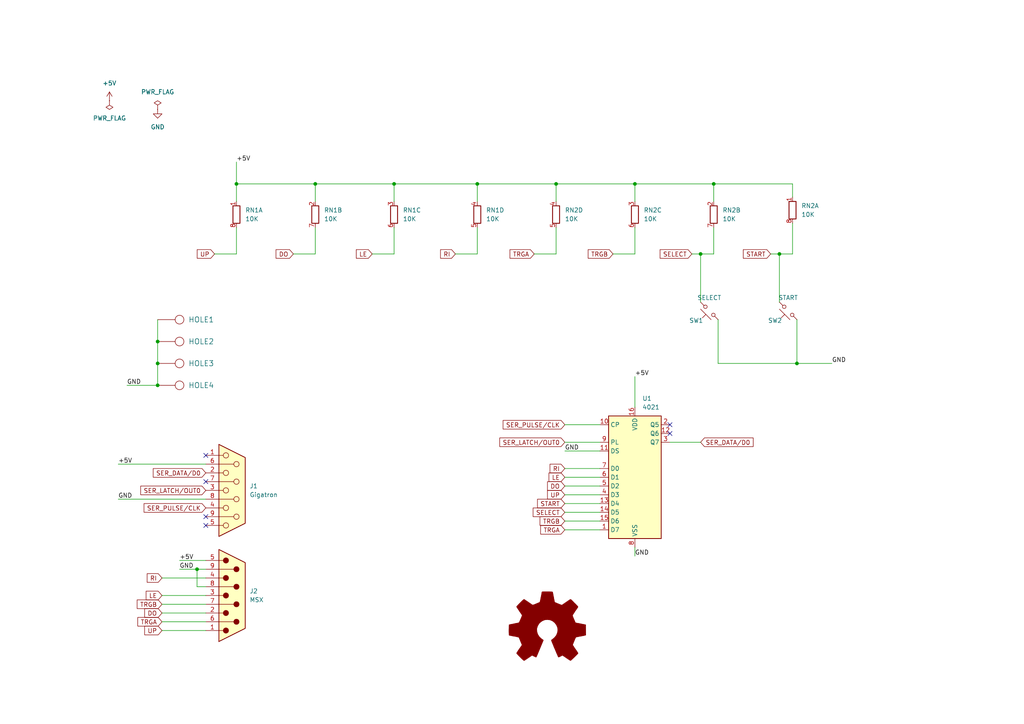
<source format=kicad_sch>
(kicad_sch (version 20250114) (generator "eeschema") (generator_version "9.0")
  (paper "A4")
  (title_block (title "gt-joymsx-v1") (date "2025-05-24") (rev "build1") (company "Albert Herranz"))
  (lib_symbols
    (symbol "4xxx:4021"
      (property "Reference" "U" (at -5.08 19.05 0))
      (property "Value" "4021" (at 3.81 19.05 0))
      (symbol "4021_0_1"
        (rectangle (start -7.62 17.78) (end 7.62 -17.78) (stroke (width 0.254)) (fill (type background)))
      )
      (symbol "4021_1_1"
        (pin input line (at -10.16 15.24 0) (length 2.54) (name "CP") (number "10"))
        (pin input line (at -10.16 10.16 0) (length 2.54) (name "PL") (number "9"))
        (pin input line (at -10.16 7.62 0) (length 2.54) (name "DS") (number "11"))
        (pin input line (at -10.16 2.54 0) (length 2.54) (name "D0") (number "7"))
        (pin input line (at -10.16 0 0) (length 2.54) (name "D1") (number "6"))
        (pin input line (at -10.16 -2.54 0) (length 2.54) (name "D2") (number "5"))
        (pin input line (at -10.16 -5.08 0) (length 2.54) (name "D3") (number "4"))
        (pin input line (at -10.16 -7.62 0) (length 2.54) (name "D4") (number "13"))
        (pin input line (at -10.16 -10.16 0) (length 2.54) (name "D5") (number "14"))
        (pin input line (at -10.16 -12.7 0) (length 2.54) (name "D6") (number "15"))
        (pin input line (at -10.16 -15.24 0) (length 2.54) (name "D7") (number "1"))
        (pin power_in line (at 0 20.32 270) (length 2.54) (name "VDD") (number "16"))
        (pin power_in line (at 0 -20.32 90) (length 2.54) (name "VSS") (number "8"))
        (pin output line (at 10.16 15.24 180) (length 2.54) (name "Q5") (number "2"))
        (pin output line (at 10.16 12.7 180) (length 2.54) (name "Q6") (number "12"))
        (pin output line (at 10.16 10.16 180) (length 2.54) (name "Q7") (number "3"))
      )
    )
    (symbol "Connector:DE9_Pins" (pin_names (offset 1.016) (hide yes))
      (property "Reference" "J" (at 0 13.97 0))
      (property "Value" "DE9_Pins" (at 0 -14.605 0))
      (symbol "DE9_Pins_0_1"
        (polyline (pts (xy -3.81 10.16) (xy -2.54 10.16)))
        (polyline (pts (xy -3.81 7.62) (xy 0.508 7.62)))
        (polyline (pts (xy -3.81 5.08) (xy -2.54 5.08)))
        (polyline (pts (xy -3.81 2.54) (xy 0.508 2.54)))
        (polyline (pts (xy -3.81 0) (xy -2.54 0)))
        (polyline (pts (xy -3.81 -2.54) (xy 0.508 -2.54)))
        (polyline (pts (xy -3.81 -5.08) (xy -2.54 -5.08)))
        (polyline (pts (xy -3.81 -7.62) (xy 0.508 -7.62)))
        (polyline (pts (xy -3.81 -10.16) (xy -2.54 -10.16)))
        (polyline (pts (xy -3.81 -13.335) (xy -3.81 13.335) (xy 3.81 9.525) (xy 3.81 -9.525) (xy -3.81 -13.335)) (stroke (width 0.254)) (fill (type background)))
        (circle (center -1.778 10.16) (radius 0.762) (fill (type outline)))
        (circle (center -1.778 5.08) (radius 0.762) (fill (type outline)))
        (circle (center -1.778 0) (radius 0.762) (fill (type outline)))
        (circle (center -1.778 -5.08) (radius 0.762) (fill (type outline)))
        (circle (center -1.778 -10.16) (radius 0.762) (fill (type outline)))
        (circle (center 1.27 7.62) (radius 0.762) (fill (type outline)))
        (circle (center 1.27 2.54) (radius 0.762) (fill (type outline)))
        (circle (center 1.27 -2.54) (radius 0.762) (fill (type outline)))
        (circle (center 1.27 -7.62) (radius 0.762) (fill (type outline)))
      )
      (symbol "DE9_Pins_1_1"
        (pin passive line (at -7.62 10.16 0) (length 3.81) (name "5") (number "5"))
        (pin passive line (at -7.62 7.62 0) (length 3.81) (name "9") (number "9"))
        (pin passive line (at -7.62 5.08 0) (length 3.81) (name "4") (number "4"))
        (pin passive line (at -7.62 2.54 0) (length 3.81) (name "8") (number "8"))
        (pin passive line (at -7.62 0 0) (length 3.81) (name "3") (number "3"))
        (pin passive line (at -7.62 -2.54 0) (length 3.81) (name "7") (number "7"))
        (pin passive line (at -7.62 -5.08 0) (length 3.81) (name "2") (number "2"))
        (pin passive line (at -7.62 -7.62 0) (length 3.81) (name "6") (number "6"))
        (pin passive line (at -7.62 -10.16 0) (length 3.81) (name "1") (number "1"))
      )
    )
    (symbol "Connector:DE9_Socket" (pin_names (offset 1.016) (hide yes))
      (property "Reference" "J" (at 0 13.97 0))
      (property "Value" "DE9_Socket" (at 0 -14.605 0))
      (symbol "DE9_Socket_0_1"
        (polyline (pts (xy -3.81 13.335) (xy -3.81 -13.335) (xy 3.81 -9.525) (xy 3.81 9.525) (xy -3.81 13.335)) (stroke (width 0.254)) (fill (type background)))
        (polyline (pts (xy -3.81 10.16) (xy -2.54 10.16)))
        (polyline (pts (xy -3.81 7.62) (xy 0.508 7.62)))
        (polyline (pts (xy -3.81 5.08) (xy -2.54 5.08)))
        (polyline (pts (xy -3.81 2.54) (xy 0.508 2.54)))
        (polyline (pts (xy -3.81 0) (xy -2.54 0)))
        (polyline (pts (xy -3.81 -2.54) (xy 0.508 -2.54)))
        (polyline (pts (xy -3.81 -5.08) (xy -2.54 -5.08)))
        (polyline (pts (xy -3.81 -7.62) (xy 0.508 -7.62)))
        (polyline (pts (xy -3.81 -10.16) (xy -2.54 -10.16)))
        (circle (center -1.778 10.16) (radius 0.762))
        (circle (center -1.778 5.08) (radius 0.762))
        (circle (center -1.778 0) (radius 0.762))
        (circle (center -1.778 -5.08) (radius 0.762))
        (circle (center -1.778 -10.16) (radius 0.762))
        (circle (center 1.27 7.62) (radius 0.762))
        (circle (center 1.27 2.54) (radius 0.762))
        (circle (center 1.27 -2.54) (radius 0.762))
        (circle (center 1.27 -7.62) (radius 0.762))
      )
      (symbol "DE9_Socket_1_1"
        (pin passive line (at -7.62 10.16 0) (length 3.81) (name "1") (number "1"))
        (pin passive line (at -7.62 7.62 0) (length 3.81) (name "6") (number "6"))
        (pin passive line (at -7.62 5.08 0) (length 3.81) (name "2") (number "2"))
        (pin passive line (at -7.62 2.54 0) (length 3.81) (name "7") (number "7"))
        (pin passive line (at -7.62 0 0) (length 3.81) (name "3") (number "3"))
        (pin passive line (at -7.62 -2.54 0) (length 3.81) (name "8") (number "8"))
        (pin passive line (at -7.62 -5.08 0) (length 3.81) (name "4") (number "4"))
        (pin passive line (at -7.62 -7.62 0) (length 3.81) (name "9") (number "9"))
        (pin passive line (at -7.62 -10.16 0) (length 3.81) (name "5") (number "5"))
      )
    )
    (symbol "Device:R_Pack04_Split" (pin_names (offset 0) (hide yes))
      (property "Reference" "RN" (at 2.032 0 90))
      (property "Value" "R_Pack04_Split" (at 0 0 90))
      (symbol "R_Pack04_Split_0_1"
        (rectangle (start 1.016 2.54) (end -1.016 -2.54) (stroke (width 0.254)))
      )
      (symbol "R_Pack04_Split_1_1"
        (pin passive line (at 0 3.81 270) (length 1.27) (name "R1.2") (number "8"))
        (pin passive line (at 0 -3.81 90) (length 1.27) (name "R1.1") (number "1"))
      )
      (symbol "R_Pack04_Split_2_1"
        (pin passive line (at 0 3.81 270) (length 1.27) (name "R2.2") (number "7"))
        (pin passive line (at 0 -3.81 90) (length 1.27) (name "R2.1") (number "2"))
      )
      (symbol "R_Pack04_Split_3_1"
        (pin passive line (at 0 3.81 270) (length 1.27) (name "R3.2") (number "6"))
        (pin passive line (at 0 -3.81 90) (length 1.27) (name "R3.1") (number "3"))
      )
      (symbol "R_Pack04_Split_4_1"
        (pin passive line (at 0 3.81 270) (length 1.27) (name "R4.2") (number "5"))
        (pin passive line (at 0 -3.81 90) (length 1.27) (name "R4.1") (number "4"))
      )
    )
    (symbol "Graphic:Logo_Open_Hardware_Large" (in_bom no) (on_board no)
      (symbol "Logo_Open_Hardware_Large_1_1"
        (polyline (pts (xy 6.731 -8.7122) (xy 6.6294 -8.6614) (xy 6.35 -8.4836) (xy 5.9944 -8.255) (xy 5.5372 -7.9502) (xy 5.1054 -7.6454) (xy 4.7498 -7.4168) (xy 4.4958 -7.239) (xy 4.3942 -7.1882) (xy 4.318 -7.2136) (xy 4.1148 -7.3152) (xy 3.81 -7.4676) (xy 3.6322 -7.5692) (xy 3.3528 -7.6708) (xy 3.2258 -7.6962) (xy 3.2004 -7.6708) (xy 3.0988 -7.4676) (xy 2.9464 -7.0866) (xy 2.7178 -6.604) (xy 2.4892 -6.0452) (xy 2.2352 -5.4356) (xy 1.9558 -4.826) (xy 1.7272 -4.2164) (xy 1.4986 -3.683) (xy 1.3208 -3.2512) (xy 1.2192 -2.9464) (xy 1.1684 -2.8194) (xy 1.1938 -2.794) (xy 1.3208 -2.667) (xy 1.5748 -2.4892) (xy 2.0828 -2.0574) (xy 2.6162 -1.397) (xy 2.921 -0.6604) (xy 3.048 0.1524) (xy 2.9464 0.9144) (xy 2.6416 1.6256) (xy 2.1336 2.286) (xy 1.524 2.7686) (xy 0.8128 3.0734) (xy 0 3.175) (xy -0.762 3.0988) (xy -1.4986 2.794) (xy -2.159 2.286) (xy -2.4384 1.9812) (xy -2.8194 1.3208) (xy -3.048 0.6096) (xy -3.0734 0.4318) (xy -3.0226 -0.3556) (xy -2.794 -1.0922) (xy -2.3876 -1.7526) (xy -1.8288 -2.3114) (xy -1.7526 -2.3622) (xy -1.4732 -2.5654) (xy -1.2954 -2.6924) (xy -1.1684 -2.8194) (xy -2.159 -5.207) (xy -2.3114 -5.588) (xy -2.5908 -6.2484) (xy -2.8194 -6.8072) (xy -3.0226 -7.2644) (xy -3.1496 -7.5692) (xy -3.2258 -7.6708) (xy -3.2258 -7.6962) (xy -3.302 -7.6962) (xy -3.4798 -7.6454) (xy -3.8354 -7.4676) (xy -4.0386 -7.366) (xy -4.2926 -7.239) (xy -4.4196 -7.1882) (xy -4.5212 -7.239) (xy -4.7498 -7.3914) (xy -5.1054 -7.6454) (xy -5.5372 -7.9248) (xy -5.9436 -8.2042) (xy -6.3246 -8.4582) (xy -6.604 -8.636) (xy -6.731 -8.7122) (xy -6.7564 -8.7122) (xy -6.858 -8.636) (xy -7.0866 -8.4582) (xy -7.4168 -8.1534) (xy -7.874 -7.6962) (xy -7.9502 -7.62) (xy -8.3312 -7.239) (xy -8.636 -6.9088) (xy -8.8392 -6.6802) (xy -8.9154 -6.5786) (xy -8.9154 -6.5786) (xy -8.8392 -6.4516) (xy -8.6614 -6.1722) (xy -8.4328 -5.7912) (xy -8.128 -5.3594) (xy -7.3152 -4.191) (xy -7.7724 -3.0988) (xy -7.8994 -2.7686) (xy -8.0772 -2.3622) (xy -8.2042 -2.0828) (xy -8.255 -1.9558) (xy -8.382 -1.905) (xy -8.6614 -1.8542) (xy -9.0932 -1.7526) (xy -9.6266 -1.651) (xy -10.1092 -1.5748) (xy -10.541 -1.4732) (xy -10.8712 -1.4224) (xy -11.0236 -1.397) (xy -11.049 -1.3716) (xy -11.0744 -1.2954) (xy -11.0998 -1.143) (xy -11.0998 -0.889) (xy -11.1252 -0.4572) (xy -11.1252 0.1524) (xy -11.1252 0.2286) (xy -11.0998 0.8128) (xy -11.0998 1.27) (xy -11.0744 1.5494) (xy -11.0744 1.6764) (xy -11.0744 1.6764) (xy -10.922 1.7018) (xy -10.6172 1.778) (xy -10.16 1.8542) (xy -9.652 1.9558) (xy -9.6012 1.9812) (xy -9.0932 2.0828) (xy -8.636 2.159) (xy -8.3312 2.2352) (xy -8.2042 2.286) (xy -8.1788 2.3114) (xy -8.0772 2.5146) (xy -7.9248 2.8448) (xy -7.747 3.2512) (xy -7.5692 3.6576) (xy -7.4168 4.0386) (xy -7.3152 4.318) (xy -7.2898 4.445) (xy -7.2898 4.445) (xy -7.366 4.572) (xy -7.5438 4.826) (xy -7.7978 5.207) (xy -8.128 5.6642) (xy -8.128 5.6896) (xy -8.4328 6.1468) (xy -8.6868 6.5278) (xy -8.8392 6.7818) (xy -8.9154 6.9088) (xy -8.9154 6.9088) (xy -8.8138 7.0358) (xy -8.5852 7.2898) (xy -8.255 7.6454) (xy -7.874 8.0264) (xy -7.747 8.1534) (xy -7.3152 8.5852) (xy -7.0104 8.8646) (xy -6.8326 8.9916) (xy -6.731 9.0424) (xy -6.731 9.0424) (xy -6.604 8.9408) (xy -6.3246 8.763) (xy -5.9436 8.509) (xy -5.4864 8.2042) (xy -5.461 8.1788) (xy -5.0038 7.874) (xy -4.6482 7.62) (xy -4.3688 7.4422) (xy -4.2672 7.3914) (xy -4.2418 7.3914) (xy -4.064 7.4422) (xy -3.7338 7.5438) (xy -3.3528 7.6962) (xy -2.9464 7.874) (xy -2.5654 8.0264) (xy -2.286 8.1534) (xy -2.159 8.2296) (xy -2.159 8.2296) (xy -2.1082 8.382) (xy -2.032 8.7122) (xy -1.9304 9.1694) (xy -1.8288 9.7282) (xy -1.8034 9.8044) (xy -1.7018 10.3378) (xy -1.6256 10.7696) (xy -1.5748 11.0744) (xy -1.524 11.2014) (xy -1.4478 11.2268) (xy -1.1938 11.2522) (xy -0.8128 11.2522) (xy -0.3302 11.2522) (xy 0.1524 11.2522) (xy 0.6604 11.2522) (xy 1.0668 11.2268) (xy 1.3716 11.2014) (xy 1.4986 11.176) (xy 1.4986 11.176) (xy 1.5494 11.0236) (xy 1.6256 10.6934) (xy 1.7018 10.2108) (xy 1.8288 9.6774) (xy 1.8288 9.5758) (xy 1.9304 9.0424) (xy 2.032 8.6106) (xy 2.0828 8.3058) (xy 2.1336 8.2042) (xy 2.159 8.1788) (xy 2.3876 8.0772) (xy 2.7432 7.9248) (xy 3.175 7.747) (xy 4.191 7.3406) (xy 5.461 8.2042) (xy 5.5626 8.2804) (xy 6.0198 8.5852) (xy 6.3754 8.8392) (xy 6.6294 8.9916) (xy 6.7564 9.0424) (xy 6.7564 9.0424) (xy 6.8834 8.9408) (xy 7.1374 8.7122) (xy 7.4676 8.382) (xy 7.8486 7.9756) (xy 8.1534 7.6962) (xy 8.4836 7.3406) (xy 8.7122 7.112) (xy 8.8392 6.9596) (xy 8.8646 6.858) (xy 8.8646 6.8072) (xy 8.7884 6.6802) (xy 8.6106 6.4008) (xy 8.3312 6.0198) (xy 8.0264 5.588) (xy 7.7978 5.207) (xy 7.5184 4.8006) (xy 7.3406 4.4958) (xy 7.2898 4.3434) (xy 7.2898 4.2926) (xy 7.3914 4.0386) (xy 7.5184 3.683) (xy 7.7216 3.2258) (xy 8.1534 2.2352) (xy 8.7884 2.1082) (xy 9.1948 2.0574) (xy 9.7536 1.9304) (xy 10.2616 1.8288) (xy 11.0998 1.6764) (xy 11.1252 -1.3208) (xy 10.9982 -1.3716) (xy 10.8712 -1.397) (xy 10.5664 -1.4732) (xy 10.1346 -1.5494) (xy 9.6266 -1.651) (xy 9.1948 -1.7272) (xy 8.7376 -1.8288) (xy 8.4328 -1.8796) (xy 8.2804 -1.905) (xy 8.255 -1.9558) (xy 8.1534 -2.159) (xy 7.9756 -2.5146) (xy 7.8232 -2.921) (xy 7.6454 -3.3274) (xy 7.493 -3.7338) (xy 7.366 -4.0132) (xy 7.3406 -4.191) (xy 7.3914 -4.2926) (xy 7.5692 -4.5466) (xy 7.7978 -4.9276) (xy 8.1026 -5.3594) (xy 8.4074 -5.7912) (xy 8.6614 -6.1722) (xy 8.8138 -6.4262) (xy 8.89 -6.5532) (xy 8.8646 -6.6548) (xy 8.6868 -6.858) (xy 8.3566 -7.1882) (xy 7.874 -7.6708) (xy 7.7978 -7.747) (xy 7.3914 -8.128) (xy 7.0612 -8.4328) (xy 6.8326 -8.636) (xy 6.731 -8.7122)) (fill (type outline)))
      )
    )
    (symbol "Switch:SW_Push_45deg" (pin_numbers (hide yes)) (pin_names (offset 1.016) (hide yes))
      (property "Reference" "SW" (at 3.048 1.016 0))
      (property "Value" "SW_Push_45deg" (at 0 -3.81 0))
      (symbol "SW_Push_45deg_0_1"
        (polyline (pts (xy -2.54 2.54) (xy -1.524 1.524) (xy -1.524 1.524)))
        (circle (center -1.1684 1.1684) (radius 0.508))
        (polyline (pts (xy -0.508 2.54) (xy 2.54 -0.508)))
        (polyline (pts (xy 1.016 1.016) (xy 2.032 2.032)))
        (circle (center 1.143 -1.1938) (radius 0.508))
        (polyline (pts (xy 1.524 -1.524) (xy 2.54 -2.54) (xy 2.54 -2.54) (xy 2.54 -2.54)))
        (pin passive line (at -2.54 2.54 0) (length 0) (name "1") (number "1"))
        (pin passive line (at 2.54 -2.54 180) (length 0) (name "2") (number "2"))
      )
    )
    (symbol "my_components:HOLE" (pin_numbers (hide yes)) (pin_names (offset 1.016) (hide yes))
      (property "Reference" "HOLE" (at 2.54 0 0))
      (symbol "HOLE_0_1"
        (circle (center 0 0) (radius 1.27))
      )
      (symbol "HOLE_1_1"
        (pin input line (at -6.35 0 0) (length 5.08) (name "~") (number "1"))
      )
    )
    (symbol "power:+5V" (power) (pin_numbers (hide yes)) (pin_names (offset 0) (hide yes))
      (property "Value" "+5V" (at 0 3.556 0))
      (symbol "+5V_0_1"
        (polyline (pts (xy -0.762 1.27) (xy 0 2.54)))
        (polyline (pts (xy 0 2.54) (xy 0.762 1.27)))
        (polyline (pts (xy 0 0) (xy 0 2.54)))
      )
      (symbol "+5V_1_1"
        (pin power_in line (at 0 0 90) (length 0) (name "~") (number "1"))
      )
    )
    (symbol "power:GND" (power) (pin_numbers (hide yes)) (pin_names (offset 0) (hide yes))
      (property "Value" "GND" (at 0 -3.81 0))
      (symbol "GND_0_1"
        (polyline (pts (xy 0 0) (xy 0 -1.27) (xy 1.27 -1.27) (xy 0 -2.54) (xy -1.27 -1.27) (xy 0 -1.27)))
      )
      (symbol "GND_1_1"
        (pin power_in line (at 0 0 270) (length 0) (name "~") (number "1"))
      )
    )
    (symbol "power:PWR_FLAG" (power) (pin_numbers (hide yes)) (pin_names (offset 0) (hide yes))
      (property "Value" "PWR_FLAG" (at 0 3.81 0))
      (symbol "PWR_FLAG_0_0"
        (pin power_out line (at 0 0 90) (length 0) (name "~") (number "1"))
      )
      (symbol "PWR_FLAG_0_1"
        (polyline (pts (xy 0 0) (xy 0 1.27) (xy -1.016 1.905) (xy 0 2.54) (xy 1.016 1.905) (xy 0 1.27)))
      )
    )
  )
  (junction (at 57.15 165.1))
  (junction (at 45.72 105.41))
  (junction (at 161.29 53.34))
  (junction (at 91.44 53.34))
  (junction (at 68.58 53.34))
  (junction (at 231.14 105.41))
  (junction (at 45.72 111.76))
  (junction (at 207.01 53.34))
  (junction (at 203.2 73.66))
  (junction (at 226.06 73.66))
  (junction (at 184.15 53.34))
  (junction (at 114.3 53.34))
  (junction (at 138.43 53.34))
  (junction (at 45.72 99.06))
  (no_connect (at 59.69 149.86))
  (no_connect (at 59.69 139.7))
  (no_connect (at 194.31 123.19))
  (no_connect (at 59.69 152.4))
  (no_connect (at 194.31 125.73))
  (no_connect (at 59.69 132.08))
  (wire (pts (xy 184.15 58.42) (xy 184.15 53.34)))
  (wire (pts (xy 114.3 58.42) (xy 114.3 53.34)))
  (wire (pts (xy 46.99 180.34) (xy 59.69 180.34)))
  (wire (pts (xy 208.28 105.41) (xy 231.14 105.41)))
  (wire (pts (xy 229.87 73.66) (xy 229.87 64.77)))
  (wire (pts (xy 57.15 165.1) (xy 59.69 165.1)))
  (wire (pts (xy 208.28 92.71) (xy 208.28 105.41)))
  (wire (pts (xy 184.15 161.29) (xy 184.15 158.75)))
  (wire (pts (xy 207.01 73.66) (xy 207.01 66.04)))
  (wire (pts (xy 161.29 73.66) (xy 161.29 66.04)))
  (wire (pts (xy 114.3 73.66) (xy 114.3 66.04)))
  (wire (pts (xy 46.99 167.64) (xy 59.69 167.64)))
  (wire (pts (xy 34.29 134.62) (xy 59.69 134.62)))
  (wire (pts (xy 163.83 151.13) (xy 173.99 151.13)))
  (wire (pts (xy 226.06 73.66) (xy 226.06 87.63)))
  (wire (pts (xy 163.83 143.51) (xy 173.99 143.51)))
  (wire (pts (xy 45.72 99.06) (xy 45.72 105.41)))
  (wire (pts (xy 226.06 73.66) (xy 229.87 73.66)))
  (wire (pts (xy 231.14 105.41) (xy 241.3 105.41)))
  (wire (pts (xy 46.99 175.26) (xy 59.69 175.26)))
  (wire (pts (xy 114.3 53.34) (xy 91.44 53.34)))
  (wire (pts (xy 184.15 73.66) (xy 184.15 66.04)))
  (wire (pts (xy 184.15 109.22) (xy 184.15 118.11)))
  (wire (pts (xy 45.72 92.71) (xy 45.72 99.06)))
  (wire (pts (xy 85.09 73.66) (xy 91.44 73.66)))
  (wire (pts (xy 46.99 172.72) (xy 59.69 172.72)))
  (wire (pts (xy 68.58 73.66) (xy 68.58 66.04)))
  (wire (pts (xy 57.15 170.18) (xy 59.69 170.18)))
  (wire (pts (xy 203.2 128.27) (xy 194.31 128.27)))
  (wire (pts (xy 57.15 165.1) (xy 57.15 170.18)))
  (wire (pts (xy 203.2 73.66) (xy 203.2 87.63)))
  (wire (pts (xy 163.83 128.27) (xy 173.99 128.27)))
  (wire (pts (xy 231.14 92.71) (xy 231.14 105.41)))
  (wire (pts (xy 36.83 111.76) (xy 45.72 111.76)))
  (wire (pts (xy 200.66 73.66) (xy 203.2 73.66)))
  (wire (pts (xy 203.2 73.66) (xy 207.01 73.66)))
  (wire (pts (xy 62.23 73.66) (xy 68.58 73.66)))
  (wire (pts (xy 138.43 53.34) (xy 114.3 53.34)))
  (wire (pts (xy 52.07 162.56) (xy 59.69 162.56)))
  (wire (pts (xy 52.07 165.1) (xy 57.15 165.1)))
  (wire (pts (xy 163.83 138.43) (xy 173.99 138.43)))
  (wire (pts (xy 163.83 140.97) (xy 173.99 140.97)))
  (wire (pts (xy 138.43 73.66) (xy 138.43 66.04)))
  (wire (pts (xy 91.44 53.34) (xy 68.58 53.34)))
  (wire (pts (xy 163.83 130.81) (xy 173.99 130.81)))
  (wire (pts (xy 163.83 148.59) (xy 173.99 148.59)))
  (wire (pts (xy 46.99 177.8) (xy 59.69 177.8)))
  (wire (pts (xy 184.15 53.34) (xy 161.29 53.34)))
  (wire (pts (xy 161.29 58.42) (xy 161.29 53.34)))
  (wire (pts (xy 163.83 153.67) (xy 173.99 153.67)))
  (wire (pts (xy 107.95 73.66) (xy 114.3 73.66)))
  (wire (pts (xy 138.43 58.42) (xy 138.43 53.34)))
  (wire (pts (xy 68.58 53.34) (xy 68.58 58.42)))
  (wire (pts (xy 163.83 123.19) (xy 173.99 123.19)))
  (wire (pts (xy 34.29 144.78) (xy 59.69 144.78)))
  (wire (pts (xy 223.52 73.66) (xy 226.06 73.66)))
  (wire (pts (xy 163.83 146.05) (xy 173.99 146.05)))
  (wire (pts (xy 91.44 58.42) (xy 91.44 53.34)))
  (wire (pts (xy 163.83 135.89) (xy 173.99 135.89)))
  (wire (pts (xy 161.29 53.34) (xy 138.43 53.34)))
  (wire (pts (xy 229.87 57.15) (xy 229.87 53.34)))
  (wire (pts (xy 132.08 73.66) (xy 138.43 73.66)))
  (wire (pts (xy 154.94 73.66) (xy 161.29 73.66)))
  (wire (pts (xy 207.01 58.42) (xy 207.01 53.34)))
  (wire (pts (xy 91.44 73.66) (xy 91.44 66.04)))
  (wire (pts (xy 45.72 105.41) (xy 45.72 111.76)))
  (wire (pts (xy 68.58 46.99) (xy 68.58 53.34)))
  (wire (pts (xy 229.87 53.34) (xy 207.01 53.34)))
  (wire (pts (xy 207.01 53.34) (xy 184.15 53.34)))
  (wire (pts (xy 46.99 182.88) (xy 59.69 182.88)))
  (wire (pts (xy 177.8 73.66) (xy 184.15 73.66)))
  (label "+5V" (at 52.07 162.56 0))
  (label "GND" (at 36.83 111.76 0))
  (label "+5V" (at 184.15 109.22 0))
  (label "+5V" (at 68.58 46.99 0))
  (label "+5V" (at 34.29 134.62 0))
  (label "GND" (at 241.3 105.41 0))
  (label "GND" (at 184.15 161.29 0))
  (label "GND" (at 34.29 144.78 0))
  (label "GND" (at 163.83 130.81 0))
  (label "GND" (at 52.07 165.1 0))
  (global_label "SER_PULSE{slash}CLK" (shape input) (at 163.83 123.19 180) (property "Intersheetrefs" "${INTERSHEET_REFS}" (effects (hide yes))))
  (global_label "LE" (shape input) (at 163.83 138.43 180) (property "Intersheetrefs" "${INTERSHEET_REFS}" (effects (hide yes))))
  (global_label "SER_LATCH{slash}OUT0" (shape input) (at 163.83 128.27 180) (property "Intersheetrefs" "${INTERSHEET_REFS}" (effects (hide yes))))
  (global_label "LE" (shape input) (at 107.95 73.66 180) (property "Intersheetrefs" "${INTERSHEET_REFS}" (effects (hide yes))))
  (global_label "UP" (shape input) (at 46.99 182.88 180) (property "Intersheetrefs" "${INTERSHEET_REFS}" (effects (hide yes))))
  (global_label "SER_LATCH{slash}OUT0" (shape input) (at 59.69 142.24 180) (property "Intersheetrefs" "${INTERSHEET_REFS}" (effects (hide yes))))
  (global_label "DO" (shape input) (at 163.83 140.97 180) (property "Intersheetrefs" "${INTERSHEET_REFS}" (effects (hide yes))))
  (global_label "TRGA" (shape input) (at 154.94 73.66 180) (property "Intersheetrefs" "${INTERSHEET_REFS}" (effects (hide yes))))
  (global_label "RI" (shape input) (at 163.83 135.89 180) (property "Intersheetrefs" "${INTERSHEET_REFS}" (effects (hide yes))))
  (global_label "DO" (shape input) (at 46.99 177.8 180) (property "Intersheetrefs" "${INTERSHEET_REFS}" (effects (hide yes))))
  (global_label "SER_DATA{slash}D0" (shape input) (at 59.69 137.16 180) (property "Intersheetrefs" "${INTERSHEET_REFS}" (effects (hide yes))))
  (global_label "SER_PULSE{slash}CLK" (shape input) (at 59.69 147.32 180) (property "Intersheetrefs" "${INTERSHEET_REFS}" (effects (hide yes))))
  (global_label "SELECT" (shape input) (at 163.83 148.59 180) (property "Intersheetrefs" "${INTERSHEET_REFS}" (effects (hide yes))))
  (global_label "TRGB" (shape input) (at 46.99 175.26 180) (property "Intersheetrefs" "${INTERSHEET_REFS}" (effects (hide yes))))
  (global_label "DO" (shape input) (at 85.09 73.66 180) (property "Intersheetrefs" "${INTERSHEET_REFS}" (effects (hide yes))))
  (global_label "RI" (shape input) (at 132.08 73.66 180) (property "Intersheetrefs" "${INTERSHEET_REFS}" (effects (hide yes))))
  (global_label "TRGA" (shape input) (at 163.83 153.67 180) (property "Intersheetrefs" "${INTERSHEET_REFS}" (effects (hide yes))))
  (global_label "TRGA" (shape input) (at 46.99 180.34 180) (property "Intersheetrefs" "${INTERSHEET_REFS}" (effects (hide yes))))
  (global_label "TRGB" (shape input) (at 177.8 73.66 180) (property "Intersheetrefs" "${INTERSHEET_REFS}" (effects (hide yes))))
  (global_label "UP" (shape input) (at 62.23 73.66 180) (property "Intersheetrefs" "${INTERSHEET_REFS}" (effects (hide yes))))
  (global_label "TRGB" (shape input) (at 163.83 151.13 180) (property "Intersheetrefs" "${INTERSHEET_REFS}" (effects (hide yes))))
  (global_label "RI" (shape input) (at 46.99 167.64 180) (property "Intersheetrefs" "${INTERSHEET_REFS}" (effects (hide yes))))
  (global_label "LE" (shape input) (at 46.99 172.72 180) (property "Intersheetrefs" "${INTERSHEET_REFS}" (effects (hide yes))))
  (global_label "SELECT" (shape input) (at 200.66 73.66 180) (property "Intersheetrefs" "${INTERSHEET_REFS}" (effects (hide yes))))
  (global_label "SER_DATA{slash}D0" (shape input) (at 203.2 128.27 0) (property "Intersheetrefs" "${INTERSHEET_REFS}" (effects (hide yes))))
  (global_label "START" (shape input) (at 223.52 73.66 180) (property "Intersheetrefs" "${INTERSHEET_REFS}" (effects (hide yes))))
  (global_label "UP" (shape input) (at 163.83 143.51 180) (property "Intersheetrefs" "${INTERSHEET_REFS}" (effects (hide yes))))
  (global_label "START" (shape input) (at 163.83 146.05 180) (property "Intersheetrefs" "${INTERSHEET_REFS}" (effects (hide yes))))
  (symbol (lib_id "Switch:SW_Push_45deg") (at 205.74 90.17 180) (unit 1)
    (property "Reference" "SW1" (at 201.93 92.964 0))
    (property "Value" "SELECT" (at 205.74 86.36 0))
    (property "Footprint" "PCM_Switch_Keyboard_Cherry_MX:SW_Cherry_MX_PCB_1.00u" (effects (hide yes)))
  )
  (symbol (lib_id "Device:R_Pack04_Split") (at 229.87 60.96 180) (unit 1)
    (property "Reference" "RN2" (at 232.41 59.6899 0) (effects (justify right)))
    (property "Value" "10K" (at 232.41 62.2299 0) (effects (justify right)))
    (property "Footprint" "Resistor_SMD:R_Array_Concave_4x0603" (effects (hide yes)))
    (property "Description" "4 resistor network, parallel topology, split" (effects (hide yes)))
  )
  (symbol (lib_id "my_components:HOLE") (at 52.07 92.71 0) (unit 1)
    (property "Reference" "HOLE1" (at 54.61 92.7099 0) (effects (font (size 1.524 1.524)) (justify left)))
    (property "Value" "HOLE" (effects (hide yes)))
    (property "Footprint" "My_Components:Hole_3mm" (effects (hide yes)))
    (property "Description" "Mounting Hole" (effects (hide yes)))
  )
  (symbol (lib_id "Graphic:Logo_Open_Hardware_Large") (at 158.75 182.88 0) (unit 1) (exclude_from_sim yes) (in_bom no)
    (property "Reference" "SYM1" (effects (hide yes)))
    (property "Value" "Logo_Open_Hardware_Large" (effects (hide yes)))
    (property "Footprint" "Symbol:OSHW-Logo_7.5x8mm_SilkScreen" (effects (hide yes)))
  )
  (symbol (lib_id "power:PWR_FLAG") (at 31.75 29.21 180) (unit 1)
    (property "Reference" "#FLG01" (effects (hide yes)))
    (property "Value" "PWR_FLAG" (at 31.75 34.29 0))
    (property "Description" "Special symbol for telling ERC where power comes from" (effects (hide yes)))
  )
  (symbol (lib_id "my_components:HOLE") (at 52.07 111.76 0) (unit 1)
    (property "Reference" "HOLE4" (at 54.61 111.7599 0) (effects (font (size 1.524 1.524)) (justify left)))
    (property "Value" "HOLE" (effects (hide yes)))
    (property "Footprint" "My_Components:Hole_3mm" (effects (hide yes)))
    (property "Description" "Mounting Hole" (effects (hide yes)))
  )
  (symbol (lib_id "Device:R_Pack04_Split") (at 184.15 62.23 180) (unit 3)
    (property "Reference" "RN2" (at 186.69 60.9599 0) (effects (justify right)))
    (property "Value" "10K" (at 186.69 63.4999 0) (effects (justify right)))
    (property "Footprint" "Resistor_SMD:R_Array_Concave_4x0603" (effects (hide yes)))
    (property "Description" "4 resistor network, parallel topology, split" (effects (hide yes)))
  )
  (symbol (lib_id "my_components:HOLE") (at 52.07 105.41 0) (unit 1)
    (property "Reference" "HOLE3" (at 54.61 105.4099 0) (effects (font (size 1.524 1.524)) (justify left)))
    (property "Value" "HOLE" (effects (hide yes)))
    (property "Footprint" "My_Components:Hole_3mm" (effects (hide yes)))
    (property "Description" "Mounting Hole" (effects (hide yes)))
  )
  (symbol (lib_id "Connector:DE9_Pins") (at 67.31 172.72 0) (unit 1)
    (property "Reference" "J2" (at 72.39 171.4499 0) (effects (justify left)))
    (property "Value" "MSX" (at 72.39 173.9899 0) (effects (justify left)))
    (property "Footprint" "My_Components:Sega-DE9_Male_Horizontal_P2.77x2.84mm_EdgePinOffset9.40mm" (effects (hide yes)))
    (property "Description" "9-pin D-SUB connector, pins (male)" (effects (hide yes)))
  )
  (symbol (lib_id "my_components:HOLE") (at 52.07 99.06 0) (unit 1)
    (property "Reference" "HOLE2" (at 54.61 99.0599 0) (effects (font (size 1.524 1.524)) (justify left)))
    (property "Value" "HOLE" (effects (hide yes)))
    (property "Footprint" "My_Components:Hole_3mm" (effects (hide yes)))
    (property "Description" "Mounting Hole" (effects (hide yes)))
  )
  (symbol (lib_id "Device:R_Pack04_Split") (at 91.44 62.23 180) (unit 2)
    (property "Reference" "RN1" (at 93.98 60.9599 0) (effects (justify right)))
    (property "Value" "10K" (at 93.98 63.4999 0) (effects (justify right)))
    (property "Footprint" "Resistor_SMD:R_Array_Concave_4x0603" (effects (hide yes)))
    (property "Description" "4 resistor network, parallel topology, split" (effects (hide yes)))
  )
  (symbol (lib_id "Device:R_Pack04_Split") (at 68.58 62.23 180) (unit 1)
    (property "Reference" "RN1" (at 71.12 60.9599 0) (effects (justify right)))
    (property "Value" "10K" (at 71.12 63.4999 0) (effects (justify right)))
    (property "Footprint" "Resistor_SMD:R_Array_Concave_4x0603" (effects (hide yes)))
    (property "Description" "4 resistor network, parallel topology, split" (effects (hide yes)))
  )
  (symbol (lib_id "Connector:DE9_Socket") (at 67.31 142.24 0) (unit 1)
    (property "Reference" "J1" (at 72.39 140.9699 0) (effects (justify left)))
    (property "Value" "Gigatron" (at 72.39 143.5099 0) (effects (justify left)))
    (property "Footprint" "Connector_JST:JST_PH_S9B-PH-K_1x09_P2.00mm_Horizontal" (effects (hide yes)))
    (property "Description" "9-pin D-SUB connector, socket (female)" (effects (hide yes)))
  )
  (symbol (lib_id "4xxx:4021") (at 184.15 138.43 0) (unit 1)
    (property "Reference" "U1" (at 186.2933 115.57 0) (effects (justify left)))
    (property "Value" "4021" (at 186.2933 118.11 0) (effects (justify left)))
    (property "Footprint" "Package_SO:SOIC-16_3.9x9.9mm_P1.27mm" (effects (hide yes)))
    (property "Datasheet" "https://assets.nexperia.com/documents/data-sheet/HEF4021B.pdf" (effects (hide yes)))
    (property "Description" "8-bit static shift register" (effects (hide yes)))
  )
  (symbol (lib_id "Device:R_Pack04_Split") (at 114.3 62.23 180) (unit 3)
    (property "Reference" "RN1" (at 116.84 60.9599 0) (effects (justify right)))
    (property "Value" "10K" (at 116.84 63.4999 0) (effects (justify right)))
    (property "Footprint" "Resistor_SMD:R_Array_Concave_4x0603" (effects (hide yes)))
    (property "Description" "4 resistor network, parallel topology, split" (effects (hide yes)))
  )
  (symbol (lib_id "Device:R_Pack04_Split") (at 161.29 62.23 180) (unit 4)
    (property "Reference" "RN2" (at 163.83 60.9599 0) (effects (justify right)))
    (property "Value" "10K" (at 163.83 63.4999 0) (effects (justify right)))
    (property "Footprint" "Resistor_SMD:R_Array_Concave_4x0603" (effects (hide yes)))
    (property "Description" "4 resistor network, parallel topology, split" (effects (hide yes)))
  )
  (symbol (lib_id "power:PWR_FLAG") (at 45.72 31.75 0) (unit 1)
    (property "Reference" "#FLG02" (effects (hide yes)))
    (property "Value" "PWR_FLAG" (at 45.72 26.67 0))
    (property "Description" "Special symbol for telling ERC where power comes from" (effects (hide yes)))
  )
  (symbol (lib_id "Switch:SW_Push_45deg") (at 228.6 90.17 180) (unit 1)
    (property "Reference" "SW2" (at 224.79 92.964 0))
    (property "Value" "START" (at 228.6 86.36 0))
    (property "Footprint" "PCM_Switch_Keyboard_Cherry_MX:SW_Cherry_MX_PCB_1.00u" (effects (hide yes)))
  )
  (symbol (lib_id "Device:R_Pack04_Split") (at 207.01 62.23 180) (unit 2)
    (property "Reference" "RN2" (at 209.55 60.9599 0) (effects (justify right)))
    (property "Value" "10K" (at 209.55 63.4999 0) (effects (justify right)))
    (property "Footprint" "Resistor_SMD:R_Array_Concave_4x0603" (effects (hide yes)))
    (property "Description" "4 resistor network, parallel topology, split" (effects (hide yes)))
  )
  (symbol (lib_id "power:+5V") (at 31.75 29.21 0) (unit 1)
    (property "Reference" "#PWR01" (effects (hide yes)))
    (property "Value" "+5V" (at 31.75 24.13 0))
    (property "Description" "Power symbol creates a global label with name \"+5V\"" (effects (hide yes)))
  )
  (symbol (lib_id "power:GND") (at 45.72 31.75 0) (unit 1)
    (property "Reference" "#PWR02" (effects (hide yes)))
    (property "Value" "GND" (at 45.72 36.83 0))
    (property "Description" "Power symbol creates a global label with name \"GND\" , ground" (effects (hide yes)))
  )
  (symbol (lib_id "Device:R_Pack04_Split") (at 138.43 62.23 180) (unit 4)
    (property "Reference" "RN1" (at 140.97 60.9599 0) (effects (justify right)))
    (property "Value" "10K" (at 140.97 63.4999 0) (effects (justify right)))
    (property "Footprint" "Resistor_SMD:R_Array_Concave_4x0603" (effects (hide yes)))
    (property "Description" "4 resistor network, parallel topology, split" (effects (hide yes)))
  )
)
</source>
